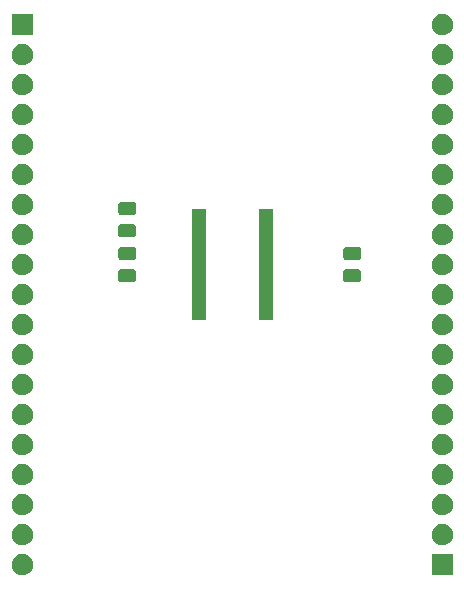
<source format=gbr>
G04 #@! TF.GenerationSoftware,KiCad,Pcbnew,(5.1.5)-3*
G04 #@! TF.CreationDate,2021-03-06T15:43:58-05:00*
G04 #@! TF.ProjectId,adc7953-breakout,61646337-3935-4332-9d62-7265616b6f75,rev?*
G04 #@! TF.SameCoordinates,Original*
G04 #@! TF.FileFunction,Soldermask,Top*
G04 #@! TF.FilePolarity,Negative*
%FSLAX46Y46*%
G04 Gerber Fmt 4.6, Leading zero omitted, Abs format (unit mm)*
G04 Created by KiCad (PCBNEW (5.1.5)-3) date 2021-03-06 15:43:58*
%MOMM*%
%LPD*%
G04 APERTURE LIST*
%ADD10C,0.100000*%
G04 APERTURE END LIST*
D10*
G36*
X178701000Y-124091000D02*
G01*
X176899000Y-124091000D01*
X176899000Y-122289000D01*
X178701000Y-122289000D01*
X178701000Y-124091000D01*
G37*
G36*
X142353512Y-122293927D02*
G01*
X142502812Y-122323624D01*
X142666784Y-122391544D01*
X142814354Y-122490147D01*
X142939853Y-122615646D01*
X143038456Y-122763216D01*
X143106376Y-122927188D01*
X143141000Y-123101259D01*
X143141000Y-123278741D01*
X143106376Y-123452812D01*
X143038456Y-123616784D01*
X142939853Y-123764354D01*
X142814354Y-123889853D01*
X142666784Y-123988456D01*
X142502812Y-124056376D01*
X142353512Y-124086073D01*
X142328742Y-124091000D01*
X142151258Y-124091000D01*
X142126488Y-124086073D01*
X141977188Y-124056376D01*
X141813216Y-123988456D01*
X141665646Y-123889853D01*
X141540147Y-123764354D01*
X141441544Y-123616784D01*
X141373624Y-123452812D01*
X141339000Y-123278741D01*
X141339000Y-123101259D01*
X141373624Y-122927188D01*
X141441544Y-122763216D01*
X141540147Y-122615646D01*
X141665646Y-122490147D01*
X141813216Y-122391544D01*
X141977188Y-122323624D01*
X142126488Y-122293927D01*
X142151258Y-122289000D01*
X142328742Y-122289000D01*
X142353512Y-122293927D01*
G37*
G36*
X177913512Y-119753927D02*
G01*
X178062812Y-119783624D01*
X178226784Y-119851544D01*
X178374354Y-119950147D01*
X178499853Y-120075646D01*
X178598456Y-120223216D01*
X178666376Y-120387188D01*
X178701000Y-120561259D01*
X178701000Y-120738741D01*
X178666376Y-120912812D01*
X178598456Y-121076784D01*
X178499853Y-121224354D01*
X178374354Y-121349853D01*
X178226784Y-121448456D01*
X178062812Y-121516376D01*
X177913512Y-121546073D01*
X177888742Y-121551000D01*
X177711258Y-121551000D01*
X177686488Y-121546073D01*
X177537188Y-121516376D01*
X177373216Y-121448456D01*
X177225646Y-121349853D01*
X177100147Y-121224354D01*
X177001544Y-121076784D01*
X176933624Y-120912812D01*
X176899000Y-120738741D01*
X176899000Y-120561259D01*
X176933624Y-120387188D01*
X177001544Y-120223216D01*
X177100147Y-120075646D01*
X177225646Y-119950147D01*
X177373216Y-119851544D01*
X177537188Y-119783624D01*
X177686488Y-119753927D01*
X177711258Y-119749000D01*
X177888742Y-119749000D01*
X177913512Y-119753927D01*
G37*
G36*
X142353512Y-119753927D02*
G01*
X142502812Y-119783624D01*
X142666784Y-119851544D01*
X142814354Y-119950147D01*
X142939853Y-120075646D01*
X143038456Y-120223216D01*
X143106376Y-120387188D01*
X143141000Y-120561259D01*
X143141000Y-120738741D01*
X143106376Y-120912812D01*
X143038456Y-121076784D01*
X142939853Y-121224354D01*
X142814354Y-121349853D01*
X142666784Y-121448456D01*
X142502812Y-121516376D01*
X142353512Y-121546073D01*
X142328742Y-121551000D01*
X142151258Y-121551000D01*
X142126488Y-121546073D01*
X141977188Y-121516376D01*
X141813216Y-121448456D01*
X141665646Y-121349853D01*
X141540147Y-121224354D01*
X141441544Y-121076784D01*
X141373624Y-120912812D01*
X141339000Y-120738741D01*
X141339000Y-120561259D01*
X141373624Y-120387188D01*
X141441544Y-120223216D01*
X141540147Y-120075646D01*
X141665646Y-119950147D01*
X141813216Y-119851544D01*
X141977188Y-119783624D01*
X142126488Y-119753927D01*
X142151258Y-119749000D01*
X142328742Y-119749000D01*
X142353512Y-119753927D01*
G37*
G36*
X177913512Y-117213927D02*
G01*
X178062812Y-117243624D01*
X178226784Y-117311544D01*
X178374354Y-117410147D01*
X178499853Y-117535646D01*
X178598456Y-117683216D01*
X178666376Y-117847188D01*
X178701000Y-118021259D01*
X178701000Y-118198741D01*
X178666376Y-118372812D01*
X178598456Y-118536784D01*
X178499853Y-118684354D01*
X178374354Y-118809853D01*
X178226784Y-118908456D01*
X178062812Y-118976376D01*
X177913512Y-119006073D01*
X177888742Y-119011000D01*
X177711258Y-119011000D01*
X177686488Y-119006073D01*
X177537188Y-118976376D01*
X177373216Y-118908456D01*
X177225646Y-118809853D01*
X177100147Y-118684354D01*
X177001544Y-118536784D01*
X176933624Y-118372812D01*
X176899000Y-118198741D01*
X176899000Y-118021259D01*
X176933624Y-117847188D01*
X177001544Y-117683216D01*
X177100147Y-117535646D01*
X177225646Y-117410147D01*
X177373216Y-117311544D01*
X177537188Y-117243624D01*
X177686488Y-117213927D01*
X177711258Y-117209000D01*
X177888742Y-117209000D01*
X177913512Y-117213927D01*
G37*
G36*
X142353512Y-117213927D02*
G01*
X142502812Y-117243624D01*
X142666784Y-117311544D01*
X142814354Y-117410147D01*
X142939853Y-117535646D01*
X143038456Y-117683216D01*
X143106376Y-117847188D01*
X143141000Y-118021259D01*
X143141000Y-118198741D01*
X143106376Y-118372812D01*
X143038456Y-118536784D01*
X142939853Y-118684354D01*
X142814354Y-118809853D01*
X142666784Y-118908456D01*
X142502812Y-118976376D01*
X142353512Y-119006073D01*
X142328742Y-119011000D01*
X142151258Y-119011000D01*
X142126488Y-119006073D01*
X141977188Y-118976376D01*
X141813216Y-118908456D01*
X141665646Y-118809853D01*
X141540147Y-118684354D01*
X141441544Y-118536784D01*
X141373624Y-118372812D01*
X141339000Y-118198741D01*
X141339000Y-118021259D01*
X141373624Y-117847188D01*
X141441544Y-117683216D01*
X141540147Y-117535646D01*
X141665646Y-117410147D01*
X141813216Y-117311544D01*
X141977188Y-117243624D01*
X142126488Y-117213927D01*
X142151258Y-117209000D01*
X142328742Y-117209000D01*
X142353512Y-117213927D01*
G37*
G36*
X177913512Y-114673927D02*
G01*
X178062812Y-114703624D01*
X178226784Y-114771544D01*
X178374354Y-114870147D01*
X178499853Y-114995646D01*
X178598456Y-115143216D01*
X178666376Y-115307188D01*
X178701000Y-115481259D01*
X178701000Y-115658741D01*
X178666376Y-115832812D01*
X178598456Y-115996784D01*
X178499853Y-116144354D01*
X178374354Y-116269853D01*
X178226784Y-116368456D01*
X178062812Y-116436376D01*
X177913512Y-116466073D01*
X177888742Y-116471000D01*
X177711258Y-116471000D01*
X177686488Y-116466073D01*
X177537188Y-116436376D01*
X177373216Y-116368456D01*
X177225646Y-116269853D01*
X177100147Y-116144354D01*
X177001544Y-115996784D01*
X176933624Y-115832812D01*
X176899000Y-115658741D01*
X176899000Y-115481259D01*
X176933624Y-115307188D01*
X177001544Y-115143216D01*
X177100147Y-114995646D01*
X177225646Y-114870147D01*
X177373216Y-114771544D01*
X177537188Y-114703624D01*
X177686488Y-114673927D01*
X177711258Y-114669000D01*
X177888742Y-114669000D01*
X177913512Y-114673927D01*
G37*
G36*
X142353512Y-114673927D02*
G01*
X142502812Y-114703624D01*
X142666784Y-114771544D01*
X142814354Y-114870147D01*
X142939853Y-114995646D01*
X143038456Y-115143216D01*
X143106376Y-115307188D01*
X143141000Y-115481259D01*
X143141000Y-115658741D01*
X143106376Y-115832812D01*
X143038456Y-115996784D01*
X142939853Y-116144354D01*
X142814354Y-116269853D01*
X142666784Y-116368456D01*
X142502812Y-116436376D01*
X142353512Y-116466073D01*
X142328742Y-116471000D01*
X142151258Y-116471000D01*
X142126488Y-116466073D01*
X141977188Y-116436376D01*
X141813216Y-116368456D01*
X141665646Y-116269853D01*
X141540147Y-116144354D01*
X141441544Y-115996784D01*
X141373624Y-115832812D01*
X141339000Y-115658741D01*
X141339000Y-115481259D01*
X141373624Y-115307188D01*
X141441544Y-115143216D01*
X141540147Y-114995646D01*
X141665646Y-114870147D01*
X141813216Y-114771544D01*
X141977188Y-114703624D01*
X142126488Y-114673927D01*
X142151258Y-114669000D01*
X142328742Y-114669000D01*
X142353512Y-114673927D01*
G37*
G36*
X177913512Y-112133927D02*
G01*
X178062812Y-112163624D01*
X178226784Y-112231544D01*
X178374354Y-112330147D01*
X178499853Y-112455646D01*
X178598456Y-112603216D01*
X178666376Y-112767188D01*
X178701000Y-112941259D01*
X178701000Y-113118741D01*
X178666376Y-113292812D01*
X178598456Y-113456784D01*
X178499853Y-113604354D01*
X178374354Y-113729853D01*
X178226784Y-113828456D01*
X178062812Y-113896376D01*
X177913512Y-113926073D01*
X177888742Y-113931000D01*
X177711258Y-113931000D01*
X177686488Y-113926073D01*
X177537188Y-113896376D01*
X177373216Y-113828456D01*
X177225646Y-113729853D01*
X177100147Y-113604354D01*
X177001544Y-113456784D01*
X176933624Y-113292812D01*
X176899000Y-113118741D01*
X176899000Y-112941259D01*
X176933624Y-112767188D01*
X177001544Y-112603216D01*
X177100147Y-112455646D01*
X177225646Y-112330147D01*
X177373216Y-112231544D01*
X177537188Y-112163624D01*
X177686488Y-112133927D01*
X177711258Y-112129000D01*
X177888742Y-112129000D01*
X177913512Y-112133927D01*
G37*
G36*
X142353512Y-112133927D02*
G01*
X142502812Y-112163624D01*
X142666784Y-112231544D01*
X142814354Y-112330147D01*
X142939853Y-112455646D01*
X143038456Y-112603216D01*
X143106376Y-112767188D01*
X143141000Y-112941259D01*
X143141000Y-113118741D01*
X143106376Y-113292812D01*
X143038456Y-113456784D01*
X142939853Y-113604354D01*
X142814354Y-113729853D01*
X142666784Y-113828456D01*
X142502812Y-113896376D01*
X142353512Y-113926073D01*
X142328742Y-113931000D01*
X142151258Y-113931000D01*
X142126488Y-113926073D01*
X141977188Y-113896376D01*
X141813216Y-113828456D01*
X141665646Y-113729853D01*
X141540147Y-113604354D01*
X141441544Y-113456784D01*
X141373624Y-113292812D01*
X141339000Y-113118741D01*
X141339000Y-112941259D01*
X141373624Y-112767188D01*
X141441544Y-112603216D01*
X141540147Y-112455646D01*
X141665646Y-112330147D01*
X141813216Y-112231544D01*
X141977188Y-112163624D01*
X142126488Y-112133927D01*
X142151258Y-112129000D01*
X142328742Y-112129000D01*
X142353512Y-112133927D01*
G37*
G36*
X142353512Y-109593927D02*
G01*
X142502812Y-109623624D01*
X142666784Y-109691544D01*
X142814354Y-109790147D01*
X142939853Y-109915646D01*
X143038456Y-110063216D01*
X143106376Y-110227188D01*
X143141000Y-110401259D01*
X143141000Y-110578741D01*
X143106376Y-110752812D01*
X143038456Y-110916784D01*
X142939853Y-111064354D01*
X142814354Y-111189853D01*
X142666784Y-111288456D01*
X142502812Y-111356376D01*
X142353512Y-111386073D01*
X142328742Y-111391000D01*
X142151258Y-111391000D01*
X142126488Y-111386073D01*
X141977188Y-111356376D01*
X141813216Y-111288456D01*
X141665646Y-111189853D01*
X141540147Y-111064354D01*
X141441544Y-110916784D01*
X141373624Y-110752812D01*
X141339000Y-110578741D01*
X141339000Y-110401259D01*
X141373624Y-110227188D01*
X141441544Y-110063216D01*
X141540147Y-109915646D01*
X141665646Y-109790147D01*
X141813216Y-109691544D01*
X141977188Y-109623624D01*
X142126488Y-109593927D01*
X142151258Y-109589000D01*
X142328742Y-109589000D01*
X142353512Y-109593927D01*
G37*
G36*
X177913512Y-109593927D02*
G01*
X178062812Y-109623624D01*
X178226784Y-109691544D01*
X178374354Y-109790147D01*
X178499853Y-109915646D01*
X178598456Y-110063216D01*
X178666376Y-110227188D01*
X178701000Y-110401259D01*
X178701000Y-110578741D01*
X178666376Y-110752812D01*
X178598456Y-110916784D01*
X178499853Y-111064354D01*
X178374354Y-111189853D01*
X178226784Y-111288456D01*
X178062812Y-111356376D01*
X177913512Y-111386073D01*
X177888742Y-111391000D01*
X177711258Y-111391000D01*
X177686488Y-111386073D01*
X177537188Y-111356376D01*
X177373216Y-111288456D01*
X177225646Y-111189853D01*
X177100147Y-111064354D01*
X177001544Y-110916784D01*
X176933624Y-110752812D01*
X176899000Y-110578741D01*
X176899000Y-110401259D01*
X176933624Y-110227188D01*
X177001544Y-110063216D01*
X177100147Y-109915646D01*
X177225646Y-109790147D01*
X177373216Y-109691544D01*
X177537188Y-109623624D01*
X177686488Y-109593927D01*
X177711258Y-109589000D01*
X177888742Y-109589000D01*
X177913512Y-109593927D01*
G37*
G36*
X142353512Y-107053927D02*
G01*
X142502812Y-107083624D01*
X142666784Y-107151544D01*
X142814354Y-107250147D01*
X142939853Y-107375646D01*
X143038456Y-107523216D01*
X143106376Y-107687188D01*
X143141000Y-107861259D01*
X143141000Y-108038741D01*
X143106376Y-108212812D01*
X143038456Y-108376784D01*
X142939853Y-108524354D01*
X142814354Y-108649853D01*
X142666784Y-108748456D01*
X142502812Y-108816376D01*
X142353512Y-108846073D01*
X142328742Y-108851000D01*
X142151258Y-108851000D01*
X142126488Y-108846073D01*
X141977188Y-108816376D01*
X141813216Y-108748456D01*
X141665646Y-108649853D01*
X141540147Y-108524354D01*
X141441544Y-108376784D01*
X141373624Y-108212812D01*
X141339000Y-108038741D01*
X141339000Y-107861259D01*
X141373624Y-107687188D01*
X141441544Y-107523216D01*
X141540147Y-107375646D01*
X141665646Y-107250147D01*
X141813216Y-107151544D01*
X141977188Y-107083624D01*
X142126488Y-107053927D01*
X142151258Y-107049000D01*
X142328742Y-107049000D01*
X142353512Y-107053927D01*
G37*
G36*
X177913512Y-107053927D02*
G01*
X178062812Y-107083624D01*
X178226784Y-107151544D01*
X178374354Y-107250147D01*
X178499853Y-107375646D01*
X178598456Y-107523216D01*
X178666376Y-107687188D01*
X178701000Y-107861259D01*
X178701000Y-108038741D01*
X178666376Y-108212812D01*
X178598456Y-108376784D01*
X178499853Y-108524354D01*
X178374354Y-108649853D01*
X178226784Y-108748456D01*
X178062812Y-108816376D01*
X177913512Y-108846073D01*
X177888742Y-108851000D01*
X177711258Y-108851000D01*
X177686488Y-108846073D01*
X177537188Y-108816376D01*
X177373216Y-108748456D01*
X177225646Y-108649853D01*
X177100147Y-108524354D01*
X177001544Y-108376784D01*
X176933624Y-108212812D01*
X176899000Y-108038741D01*
X176899000Y-107861259D01*
X176933624Y-107687188D01*
X177001544Y-107523216D01*
X177100147Y-107375646D01*
X177225646Y-107250147D01*
X177373216Y-107151544D01*
X177537188Y-107083624D01*
X177686488Y-107053927D01*
X177711258Y-107049000D01*
X177888742Y-107049000D01*
X177913512Y-107053927D01*
G37*
G36*
X142353512Y-104513927D02*
G01*
X142502812Y-104543624D01*
X142666784Y-104611544D01*
X142814354Y-104710147D01*
X142939853Y-104835646D01*
X143038456Y-104983216D01*
X143106376Y-105147188D01*
X143141000Y-105321259D01*
X143141000Y-105498741D01*
X143106376Y-105672812D01*
X143038456Y-105836784D01*
X142939853Y-105984354D01*
X142814354Y-106109853D01*
X142666784Y-106208456D01*
X142502812Y-106276376D01*
X142353512Y-106306073D01*
X142328742Y-106311000D01*
X142151258Y-106311000D01*
X142126488Y-106306073D01*
X141977188Y-106276376D01*
X141813216Y-106208456D01*
X141665646Y-106109853D01*
X141540147Y-105984354D01*
X141441544Y-105836784D01*
X141373624Y-105672812D01*
X141339000Y-105498741D01*
X141339000Y-105321259D01*
X141373624Y-105147188D01*
X141441544Y-104983216D01*
X141540147Y-104835646D01*
X141665646Y-104710147D01*
X141813216Y-104611544D01*
X141977188Y-104543624D01*
X142126488Y-104513927D01*
X142151258Y-104509000D01*
X142328742Y-104509000D01*
X142353512Y-104513927D01*
G37*
G36*
X177913512Y-104513927D02*
G01*
X178062812Y-104543624D01*
X178226784Y-104611544D01*
X178374354Y-104710147D01*
X178499853Y-104835646D01*
X178598456Y-104983216D01*
X178666376Y-105147188D01*
X178701000Y-105321259D01*
X178701000Y-105498741D01*
X178666376Y-105672812D01*
X178598456Y-105836784D01*
X178499853Y-105984354D01*
X178374354Y-106109853D01*
X178226784Y-106208456D01*
X178062812Y-106276376D01*
X177913512Y-106306073D01*
X177888742Y-106311000D01*
X177711258Y-106311000D01*
X177686488Y-106306073D01*
X177537188Y-106276376D01*
X177373216Y-106208456D01*
X177225646Y-106109853D01*
X177100147Y-105984354D01*
X177001544Y-105836784D01*
X176933624Y-105672812D01*
X176899000Y-105498741D01*
X176899000Y-105321259D01*
X176933624Y-105147188D01*
X177001544Y-104983216D01*
X177100147Y-104835646D01*
X177225646Y-104710147D01*
X177373216Y-104611544D01*
X177537188Y-104543624D01*
X177686488Y-104513927D01*
X177711258Y-104509000D01*
X177888742Y-104509000D01*
X177913512Y-104513927D01*
G37*
G36*
X142353512Y-101973927D02*
G01*
X142502812Y-102003624D01*
X142666784Y-102071544D01*
X142814354Y-102170147D01*
X142939853Y-102295646D01*
X143038456Y-102443216D01*
X143106376Y-102607188D01*
X143141000Y-102781259D01*
X143141000Y-102958741D01*
X143106376Y-103132812D01*
X143038456Y-103296784D01*
X142939853Y-103444354D01*
X142814354Y-103569853D01*
X142666784Y-103668456D01*
X142502812Y-103736376D01*
X142353512Y-103766073D01*
X142328742Y-103771000D01*
X142151258Y-103771000D01*
X142126488Y-103766073D01*
X141977188Y-103736376D01*
X141813216Y-103668456D01*
X141665646Y-103569853D01*
X141540147Y-103444354D01*
X141441544Y-103296784D01*
X141373624Y-103132812D01*
X141339000Y-102958741D01*
X141339000Y-102781259D01*
X141373624Y-102607188D01*
X141441544Y-102443216D01*
X141540147Y-102295646D01*
X141665646Y-102170147D01*
X141813216Y-102071544D01*
X141977188Y-102003624D01*
X142126488Y-101973927D01*
X142151258Y-101969000D01*
X142328742Y-101969000D01*
X142353512Y-101973927D01*
G37*
G36*
X177913512Y-101973927D02*
G01*
X178062812Y-102003624D01*
X178226784Y-102071544D01*
X178374354Y-102170147D01*
X178499853Y-102295646D01*
X178598456Y-102443216D01*
X178666376Y-102607188D01*
X178701000Y-102781259D01*
X178701000Y-102958741D01*
X178666376Y-103132812D01*
X178598456Y-103296784D01*
X178499853Y-103444354D01*
X178374354Y-103569853D01*
X178226784Y-103668456D01*
X178062812Y-103736376D01*
X177913512Y-103766073D01*
X177888742Y-103771000D01*
X177711258Y-103771000D01*
X177686488Y-103766073D01*
X177537188Y-103736376D01*
X177373216Y-103668456D01*
X177225646Y-103569853D01*
X177100147Y-103444354D01*
X177001544Y-103296784D01*
X176933624Y-103132812D01*
X176899000Y-102958741D01*
X176899000Y-102781259D01*
X176933624Y-102607188D01*
X177001544Y-102443216D01*
X177100147Y-102295646D01*
X177225646Y-102170147D01*
X177373216Y-102071544D01*
X177537188Y-102003624D01*
X177686488Y-101973927D01*
X177711258Y-101969000D01*
X177888742Y-101969000D01*
X177913512Y-101973927D01*
G37*
G36*
X157771000Y-102483500D02*
G01*
X156569000Y-102483500D01*
X156569000Y-93096500D01*
X157771000Y-93096500D01*
X157771000Y-102483500D01*
G37*
G36*
X163471000Y-102483500D02*
G01*
X162269000Y-102483500D01*
X162269000Y-93096500D01*
X163471000Y-93096500D01*
X163471000Y-102483500D01*
G37*
G36*
X177913512Y-99433927D02*
G01*
X178062812Y-99463624D01*
X178226784Y-99531544D01*
X178374354Y-99630147D01*
X178499853Y-99755646D01*
X178598456Y-99903216D01*
X178666376Y-100067188D01*
X178701000Y-100241259D01*
X178701000Y-100418741D01*
X178666376Y-100592812D01*
X178598456Y-100756784D01*
X178499853Y-100904354D01*
X178374354Y-101029853D01*
X178226784Y-101128456D01*
X178062812Y-101196376D01*
X177913512Y-101226073D01*
X177888742Y-101231000D01*
X177711258Y-101231000D01*
X177686488Y-101226073D01*
X177537188Y-101196376D01*
X177373216Y-101128456D01*
X177225646Y-101029853D01*
X177100147Y-100904354D01*
X177001544Y-100756784D01*
X176933624Y-100592812D01*
X176899000Y-100418741D01*
X176899000Y-100241259D01*
X176933624Y-100067188D01*
X177001544Y-99903216D01*
X177100147Y-99755646D01*
X177225646Y-99630147D01*
X177373216Y-99531544D01*
X177537188Y-99463624D01*
X177686488Y-99433927D01*
X177711258Y-99429000D01*
X177888742Y-99429000D01*
X177913512Y-99433927D01*
G37*
G36*
X142353512Y-99433927D02*
G01*
X142502812Y-99463624D01*
X142666784Y-99531544D01*
X142814354Y-99630147D01*
X142939853Y-99755646D01*
X143038456Y-99903216D01*
X143106376Y-100067188D01*
X143141000Y-100241259D01*
X143141000Y-100418741D01*
X143106376Y-100592812D01*
X143038456Y-100756784D01*
X142939853Y-100904354D01*
X142814354Y-101029853D01*
X142666784Y-101128456D01*
X142502812Y-101196376D01*
X142353512Y-101226073D01*
X142328742Y-101231000D01*
X142151258Y-101231000D01*
X142126488Y-101226073D01*
X141977188Y-101196376D01*
X141813216Y-101128456D01*
X141665646Y-101029853D01*
X141540147Y-100904354D01*
X141441544Y-100756784D01*
X141373624Y-100592812D01*
X141339000Y-100418741D01*
X141339000Y-100241259D01*
X141373624Y-100067188D01*
X141441544Y-99903216D01*
X141540147Y-99755646D01*
X141665646Y-99630147D01*
X141813216Y-99531544D01*
X141977188Y-99463624D01*
X142126488Y-99433927D01*
X142151258Y-99429000D01*
X142328742Y-99429000D01*
X142353512Y-99433927D01*
G37*
G36*
X170764468Y-98193565D02*
G01*
X170803138Y-98205296D01*
X170838777Y-98224346D01*
X170870017Y-98249983D01*
X170895654Y-98281223D01*
X170914704Y-98316862D01*
X170926435Y-98355532D01*
X170931000Y-98401888D01*
X170931000Y-99053112D01*
X170926435Y-99099468D01*
X170914704Y-99138138D01*
X170895654Y-99173777D01*
X170870017Y-99205017D01*
X170838777Y-99230654D01*
X170803138Y-99249704D01*
X170764468Y-99261435D01*
X170718112Y-99266000D01*
X169641888Y-99266000D01*
X169595532Y-99261435D01*
X169556862Y-99249704D01*
X169521223Y-99230654D01*
X169489983Y-99205017D01*
X169464346Y-99173777D01*
X169445296Y-99138138D01*
X169433565Y-99099468D01*
X169429000Y-99053112D01*
X169429000Y-98401888D01*
X169433565Y-98355532D01*
X169445296Y-98316862D01*
X169464346Y-98281223D01*
X169489983Y-98249983D01*
X169521223Y-98224346D01*
X169556862Y-98205296D01*
X169595532Y-98193565D01*
X169641888Y-98189000D01*
X170718112Y-98189000D01*
X170764468Y-98193565D01*
G37*
G36*
X151714468Y-98193565D02*
G01*
X151753138Y-98205296D01*
X151788777Y-98224346D01*
X151820017Y-98249983D01*
X151845654Y-98281223D01*
X151864704Y-98316862D01*
X151876435Y-98355532D01*
X151881000Y-98401888D01*
X151881000Y-99053112D01*
X151876435Y-99099468D01*
X151864704Y-99138138D01*
X151845654Y-99173777D01*
X151820017Y-99205017D01*
X151788777Y-99230654D01*
X151753138Y-99249704D01*
X151714468Y-99261435D01*
X151668112Y-99266000D01*
X150591888Y-99266000D01*
X150545532Y-99261435D01*
X150506862Y-99249704D01*
X150471223Y-99230654D01*
X150439983Y-99205017D01*
X150414346Y-99173777D01*
X150395296Y-99138138D01*
X150383565Y-99099468D01*
X150379000Y-99053112D01*
X150379000Y-98401888D01*
X150383565Y-98355532D01*
X150395296Y-98316862D01*
X150414346Y-98281223D01*
X150439983Y-98249983D01*
X150471223Y-98224346D01*
X150506862Y-98205296D01*
X150545532Y-98193565D01*
X150591888Y-98189000D01*
X151668112Y-98189000D01*
X151714468Y-98193565D01*
G37*
G36*
X142353512Y-96893927D02*
G01*
X142502812Y-96923624D01*
X142666784Y-96991544D01*
X142814354Y-97090147D01*
X142939853Y-97215646D01*
X143038456Y-97363216D01*
X143106376Y-97527188D01*
X143141000Y-97701259D01*
X143141000Y-97878741D01*
X143106376Y-98052812D01*
X143038456Y-98216784D01*
X142939853Y-98364354D01*
X142814354Y-98489853D01*
X142666784Y-98588456D01*
X142502812Y-98656376D01*
X142353512Y-98686073D01*
X142328742Y-98691000D01*
X142151258Y-98691000D01*
X142126488Y-98686073D01*
X141977188Y-98656376D01*
X141813216Y-98588456D01*
X141665646Y-98489853D01*
X141540147Y-98364354D01*
X141441544Y-98216784D01*
X141373624Y-98052812D01*
X141339000Y-97878741D01*
X141339000Y-97701259D01*
X141373624Y-97527188D01*
X141441544Y-97363216D01*
X141540147Y-97215646D01*
X141665646Y-97090147D01*
X141813216Y-96991544D01*
X141977188Y-96923624D01*
X142126488Y-96893927D01*
X142151258Y-96889000D01*
X142328742Y-96889000D01*
X142353512Y-96893927D01*
G37*
G36*
X177913512Y-96893927D02*
G01*
X178062812Y-96923624D01*
X178226784Y-96991544D01*
X178374354Y-97090147D01*
X178499853Y-97215646D01*
X178598456Y-97363216D01*
X178666376Y-97527188D01*
X178701000Y-97701259D01*
X178701000Y-97878741D01*
X178666376Y-98052812D01*
X178598456Y-98216784D01*
X178499853Y-98364354D01*
X178374354Y-98489853D01*
X178226784Y-98588456D01*
X178062812Y-98656376D01*
X177913512Y-98686073D01*
X177888742Y-98691000D01*
X177711258Y-98691000D01*
X177686488Y-98686073D01*
X177537188Y-98656376D01*
X177373216Y-98588456D01*
X177225646Y-98489853D01*
X177100147Y-98364354D01*
X177001544Y-98216784D01*
X176933624Y-98052812D01*
X176899000Y-97878741D01*
X176899000Y-97701259D01*
X176933624Y-97527188D01*
X177001544Y-97363216D01*
X177100147Y-97215646D01*
X177225646Y-97090147D01*
X177373216Y-96991544D01*
X177537188Y-96923624D01*
X177686488Y-96893927D01*
X177711258Y-96889000D01*
X177888742Y-96889000D01*
X177913512Y-96893927D01*
G37*
G36*
X170764468Y-96318565D02*
G01*
X170803138Y-96330296D01*
X170838777Y-96349346D01*
X170870017Y-96374983D01*
X170895654Y-96406223D01*
X170914704Y-96441862D01*
X170926435Y-96480532D01*
X170931000Y-96526888D01*
X170931000Y-97178112D01*
X170926435Y-97224468D01*
X170914704Y-97263138D01*
X170895654Y-97298777D01*
X170870017Y-97330017D01*
X170838777Y-97355654D01*
X170803138Y-97374704D01*
X170764468Y-97386435D01*
X170718112Y-97391000D01*
X169641888Y-97391000D01*
X169595532Y-97386435D01*
X169556862Y-97374704D01*
X169521223Y-97355654D01*
X169489983Y-97330017D01*
X169464346Y-97298777D01*
X169445296Y-97263138D01*
X169433565Y-97224468D01*
X169429000Y-97178112D01*
X169429000Y-96526888D01*
X169433565Y-96480532D01*
X169445296Y-96441862D01*
X169464346Y-96406223D01*
X169489983Y-96374983D01*
X169521223Y-96349346D01*
X169556862Y-96330296D01*
X169595532Y-96318565D01*
X169641888Y-96314000D01*
X170718112Y-96314000D01*
X170764468Y-96318565D01*
G37*
G36*
X151714468Y-96318565D02*
G01*
X151753138Y-96330296D01*
X151788777Y-96349346D01*
X151820017Y-96374983D01*
X151845654Y-96406223D01*
X151864704Y-96441862D01*
X151876435Y-96480532D01*
X151881000Y-96526888D01*
X151881000Y-97178112D01*
X151876435Y-97224468D01*
X151864704Y-97263138D01*
X151845654Y-97298777D01*
X151820017Y-97330017D01*
X151788777Y-97355654D01*
X151753138Y-97374704D01*
X151714468Y-97386435D01*
X151668112Y-97391000D01*
X150591888Y-97391000D01*
X150545532Y-97386435D01*
X150506862Y-97374704D01*
X150471223Y-97355654D01*
X150439983Y-97330017D01*
X150414346Y-97298777D01*
X150395296Y-97263138D01*
X150383565Y-97224468D01*
X150379000Y-97178112D01*
X150379000Y-96526888D01*
X150383565Y-96480532D01*
X150395296Y-96441862D01*
X150414346Y-96406223D01*
X150439983Y-96374983D01*
X150471223Y-96349346D01*
X150506862Y-96330296D01*
X150545532Y-96318565D01*
X150591888Y-96314000D01*
X151668112Y-96314000D01*
X151714468Y-96318565D01*
G37*
G36*
X177913512Y-94353927D02*
G01*
X178062812Y-94383624D01*
X178226784Y-94451544D01*
X178374354Y-94550147D01*
X178499853Y-94675646D01*
X178598456Y-94823216D01*
X178666376Y-94987188D01*
X178701000Y-95161259D01*
X178701000Y-95338741D01*
X178666376Y-95512812D01*
X178598456Y-95676784D01*
X178499853Y-95824354D01*
X178374354Y-95949853D01*
X178226784Y-96048456D01*
X178062812Y-96116376D01*
X177913512Y-96146073D01*
X177888742Y-96151000D01*
X177711258Y-96151000D01*
X177686488Y-96146073D01*
X177537188Y-96116376D01*
X177373216Y-96048456D01*
X177225646Y-95949853D01*
X177100147Y-95824354D01*
X177001544Y-95676784D01*
X176933624Y-95512812D01*
X176899000Y-95338741D01*
X176899000Y-95161259D01*
X176933624Y-94987188D01*
X177001544Y-94823216D01*
X177100147Y-94675646D01*
X177225646Y-94550147D01*
X177373216Y-94451544D01*
X177537188Y-94383624D01*
X177686488Y-94353927D01*
X177711258Y-94349000D01*
X177888742Y-94349000D01*
X177913512Y-94353927D01*
G37*
G36*
X142353512Y-94353927D02*
G01*
X142502812Y-94383624D01*
X142666784Y-94451544D01*
X142814354Y-94550147D01*
X142939853Y-94675646D01*
X143038456Y-94823216D01*
X143106376Y-94987188D01*
X143141000Y-95161259D01*
X143141000Y-95338741D01*
X143106376Y-95512812D01*
X143038456Y-95676784D01*
X142939853Y-95824354D01*
X142814354Y-95949853D01*
X142666784Y-96048456D01*
X142502812Y-96116376D01*
X142353512Y-96146073D01*
X142328742Y-96151000D01*
X142151258Y-96151000D01*
X142126488Y-96146073D01*
X141977188Y-96116376D01*
X141813216Y-96048456D01*
X141665646Y-95949853D01*
X141540147Y-95824354D01*
X141441544Y-95676784D01*
X141373624Y-95512812D01*
X141339000Y-95338741D01*
X141339000Y-95161259D01*
X141373624Y-94987188D01*
X141441544Y-94823216D01*
X141540147Y-94675646D01*
X141665646Y-94550147D01*
X141813216Y-94451544D01*
X141977188Y-94383624D01*
X142126488Y-94353927D01*
X142151258Y-94349000D01*
X142328742Y-94349000D01*
X142353512Y-94353927D01*
G37*
G36*
X151714468Y-94383565D02*
G01*
X151753138Y-94395296D01*
X151788777Y-94414346D01*
X151820017Y-94439983D01*
X151845654Y-94471223D01*
X151864704Y-94506862D01*
X151876435Y-94545532D01*
X151881000Y-94591888D01*
X151881000Y-95243112D01*
X151876435Y-95289468D01*
X151864704Y-95328138D01*
X151845654Y-95363777D01*
X151820017Y-95395017D01*
X151788777Y-95420654D01*
X151753138Y-95439704D01*
X151714468Y-95451435D01*
X151668112Y-95456000D01*
X150591888Y-95456000D01*
X150545532Y-95451435D01*
X150506862Y-95439704D01*
X150471223Y-95420654D01*
X150439983Y-95395017D01*
X150414346Y-95363777D01*
X150395296Y-95328138D01*
X150383565Y-95289468D01*
X150379000Y-95243112D01*
X150379000Y-94591888D01*
X150383565Y-94545532D01*
X150395296Y-94506862D01*
X150414346Y-94471223D01*
X150439983Y-94439983D01*
X150471223Y-94414346D01*
X150506862Y-94395296D01*
X150545532Y-94383565D01*
X150591888Y-94379000D01*
X151668112Y-94379000D01*
X151714468Y-94383565D01*
G37*
G36*
X142353512Y-91813927D02*
G01*
X142502812Y-91843624D01*
X142666784Y-91911544D01*
X142814354Y-92010147D01*
X142939853Y-92135646D01*
X143038456Y-92283216D01*
X143106376Y-92447188D01*
X143141000Y-92621259D01*
X143141000Y-92798741D01*
X143106376Y-92972812D01*
X143038456Y-93136784D01*
X142939853Y-93284354D01*
X142814354Y-93409853D01*
X142666784Y-93508456D01*
X142502812Y-93576376D01*
X142353512Y-93606073D01*
X142328742Y-93611000D01*
X142151258Y-93611000D01*
X142126488Y-93606073D01*
X141977188Y-93576376D01*
X141813216Y-93508456D01*
X141665646Y-93409853D01*
X141540147Y-93284354D01*
X141441544Y-93136784D01*
X141373624Y-92972812D01*
X141339000Y-92798741D01*
X141339000Y-92621259D01*
X141373624Y-92447188D01*
X141441544Y-92283216D01*
X141540147Y-92135646D01*
X141665646Y-92010147D01*
X141813216Y-91911544D01*
X141977188Y-91843624D01*
X142126488Y-91813927D01*
X142151258Y-91809000D01*
X142328742Y-91809000D01*
X142353512Y-91813927D01*
G37*
G36*
X177913512Y-91813927D02*
G01*
X178062812Y-91843624D01*
X178226784Y-91911544D01*
X178374354Y-92010147D01*
X178499853Y-92135646D01*
X178598456Y-92283216D01*
X178666376Y-92447188D01*
X178701000Y-92621259D01*
X178701000Y-92798741D01*
X178666376Y-92972812D01*
X178598456Y-93136784D01*
X178499853Y-93284354D01*
X178374354Y-93409853D01*
X178226784Y-93508456D01*
X178062812Y-93576376D01*
X177913512Y-93606073D01*
X177888742Y-93611000D01*
X177711258Y-93611000D01*
X177686488Y-93606073D01*
X177537188Y-93576376D01*
X177373216Y-93508456D01*
X177225646Y-93409853D01*
X177100147Y-93284354D01*
X177001544Y-93136784D01*
X176933624Y-92972812D01*
X176899000Y-92798741D01*
X176899000Y-92621259D01*
X176933624Y-92447188D01*
X177001544Y-92283216D01*
X177100147Y-92135646D01*
X177225646Y-92010147D01*
X177373216Y-91911544D01*
X177537188Y-91843624D01*
X177686488Y-91813927D01*
X177711258Y-91809000D01*
X177888742Y-91809000D01*
X177913512Y-91813927D01*
G37*
G36*
X151714468Y-92508565D02*
G01*
X151753138Y-92520296D01*
X151788777Y-92539346D01*
X151820017Y-92564983D01*
X151845654Y-92596223D01*
X151864704Y-92631862D01*
X151876435Y-92670532D01*
X151881000Y-92716888D01*
X151881000Y-93368112D01*
X151876435Y-93414468D01*
X151864704Y-93453138D01*
X151845654Y-93488777D01*
X151820017Y-93520017D01*
X151788777Y-93545654D01*
X151753138Y-93564704D01*
X151714468Y-93576435D01*
X151668112Y-93581000D01*
X150591888Y-93581000D01*
X150545532Y-93576435D01*
X150506862Y-93564704D01*
X150471223Y-93545654D01*
X150439983Y-93520017D01*
X150414346Y-93488777D01*
X150395296Y-93453138D01*
X150383565Y-93414468D01*
X150379000Y-93368112D01*
X150379000Y-92716888D01*
X150383565Y-92670532D01*
X150395296Y-92631862D01*
X150414346Y-92596223D01*
X150439983Y-92564983D01*
X150471223Y-92539346D01*
X150506862Y-92520296D01*
X150545532Y-92508565D01*
X150591888Y-92504000D01*
X151668112Y-92504000D01*
X151714468Y-92508565D01*
G37*
G36*
X142353512Y-89273927D02*
G01*
X142502812Y-89303624D01*
X142666784Y-89371544D01*
X142814354Y-89470147D01*
X142939853Y-89595646D01*
X143038456Y-89743216D01*
X143106376Y-89907188D01*
X143141000Y-90081259D01*
X143141000Y-90258741D01*
X143106376Y-90432812D01*
X143038456Y-90596784D01*
X142939853Y-90744354D01*
X142814354Y-90869853D01*
X142666784Y-90968456D01*
X142502812Y-91036376D01*
X142353512Y-91066073D01*
X142328742Y-91071000D01*
X142151258Y-91071000D01*
X142126488Y-91066073D01*
X141977188Y-91036376D01*
X141813216Y-90968456D01*
X141665646Y-90869853D01*
X141540147Y-90744354D01*
X141441544Y-90596784D01*
X141373624Y-90432812D01*
X141339000Y-90258741D01*
X141339000Y-90081259D01*
X141373624Y-89907188D01*
X141441544Y-89743216D01*
X141540147Y-89595646D01*
X141665646Y-89470147D01*
X141813216Y-89371544D01*
X141977188Y-89303624D01*
X142126488Y-89273927D01*
X142151258Y-89269000D01*
X142328742Y-89269000D01*
X142353512Y-89273927D01*
G37*
G36*
X177913512Y-89273927D02*
G01*
X178062812Y-89303624D01*
X178226784Y-89371544D01*
X178374354Y-89470147D01*
X178499853Y-89595646D01*
X178598456Y-89743216D01*
X178666376Y-89907188D01*
X178701000Y-90081259D01*
X178701000Y-90258741D01*
X178666376Y-90432812D01*
X178598456Y-90596784D01*
X178499853Y-90744354D01*
X178374354Y-90869853D01*
X178226784Y-90968456D01*
X178062812Y-91036376D01*
X177913512Y-91066073D01*
X177888742Y-91071000D01*
X177711258Y-91071000D01*
X177686488Y-91066073D01*
X177537188Y-91036376D01*
X177373216Y-90968456D01*
X177225646Y-90869853D01*
X177100147Y-90744354D01*
X177001544Y-90596784D01*
X176933624Y-90432812D01*
X176899000Y-90258741D01*
X176899000Y-90081259D01*
X176933624Y-89907188D01*
X177001544Y-89743216D01*
X177100147Y-89595646D01*
X177225646Y-89470147D01*
X177373216Y-89371544D01*
X177537188Y-89303624D01*
X177686488Y-89273927D01*
X177711258Y-89269000D01*
X177888742Y-89269000D01*
X177913512Y-89273927D01*
G37*
G36*
X177913512Y-86733927D02*
G01*
X178062812Y-86763624D01*
X178226784Y-86831544D01*
X178374354Y-86930147D01*
X178499853Y-87055646D01*
X178598456Y-87203216D01*
X178666376Y-87367188D01*
X178701000Y-87541259D01*
X178701000Y-87718741D01*
X178666376Y-87892812D01*
X178598456Y-88056784D01*
X178499853Y-88204354D01*
X178374354Y-88329853D01*
X178226784Y-88428456D01*
X178062812Y-88496376D01*
X177913512Y-88526073D01*
X177888742Y-88531000D01*
X177711258Y-88531000D01*
X177686488Y-88526073D01*
X177537188Y-88496376D01*
X177373216Y-88428456D01*
X177225646Y-88329853D01*
X177100147Y-88204354D01*
X177001544Y-88056784D01*
X176933624Y-87892812D01*
X176899000Y-87718741D01*
X176899000Y-87541259D01*
X176933624Y-87367188D01*
X177001544Y-87203216D01*
X177100147Y-87055646D01*
X177225646Y-86930147D01*
X177373216Y-86831544D01*
X177537188Y-86763624D01*
X177686488Y-86733927D01*
X177711258Y-86729000D01*
X177888742Y-86729000D01*
X177913512Y-86733927D01*
G37*
G36*
X142353512Y-86733927D02*
G01*
X142502812Y-86763624D01*
X142666784Y-86831544D01*
X142814354Y-86930147D01*
X142939853Y-87055646D01*
X143038456Y-87203216D01*
X143106376Y-87367188D01*
X143141000Y-87541259D01*
X143141000Y-87718741D01*
X143106376Y-87892812D01*
X143038456Y-88056784D01*
X142939853Y-88204354D01*
X142814354Y-88329853D01*
X142666784Y-88428456D01*
X142502812Y-88496376D01*
X142353512Y-88526073D01*
X142328742Y-88531000D01*
X142151258Y-88531000D01*
X142126488Y-88526073D01*
X141977188Y-88496376D01*
X141813216Y-88428456D01*
X141665646Y-88329853D01*
X141540147Y-88204354D01*
X141441544Y-88056784D01*
X141373624Y-87892812D01*
X141339000Y-87718741D01*
X141339000Y-87541259D01*
X141373624Y-87367188D01*
X141441544Y-87203216D01*
X141540147Y-87055646D01*
X141665646Y-86930147D01*
X141813216Y-86831544D01*
X141977188Y-86763624D01*
X142126488Y-86733927D01*
X142151258Y-86729000D01*
X142328742Y-86729000D01*
X142353512Y-86733927D01*
G37*
G36*
X142353512Y-84193927D02*
G01*
X142502812Y-84223624D01*
X142666784Y-84291544D01*
X142814354Y-84390147D01*
X142939853Y-84515646D01*
X143038456Y-84663216D01*
X143106376Y-84827188D01*
X143141000Y-85001259D01*
X143141000Y-85178741D01*
X143106376Y-85352812D01*
X143038456Y-85516784D01*
X142939853Y-85664354D01*
X142814354Y-85789853D01*
X142666784Y-85888456D01*
X142502812Y-85956376D01*
X142353512Y-85986073D01*
X142328742Y-85991000D01*
X142151258Y-85991000D01*
X142126488Y-85986073D01*
X141977188Y-85956376D01*
X141813216Y-85888456D01*
X141665646Y-85789853D01*
X141540147Y-85664354D01*
X141441544Y-85516784D01*
X141373624Y-85352812D01*
X141339000Y-85178741D01*
X141339000Y-85001259D01*
X141373624Y-84827188D01*
X141441544Y-84663216D01*
X141540147Y-84515646D01*
X141665646Y-84390147D01*
X141813216Y-84291544D01*
X141977188Y-84223624D01*
X142126488Y-84193927D01*
X142151258Y-84189000D01*
X142328742Y-84189000D01*
X142353512Y-84193927D01*
G37*
G36*
X177913512Y-84193927D02*
G01*
X178062812Y-84223624D01*
X178226784Y-84291544D01*
X178374354Y-84390147D01*
X178499853Y-84515646D01*
X178598456Y-84663216D01*
X178666376Y-84827188D01*
X178701000Y-85001259D01*
X178701000Y-85178741D01*
X178666376Y-85352812D01*
X178598456Y-85516784D01*
X178499853Y-85664354D01*
X178374354Y-85789853D01*
X178226784Y-85888456D01*
X178062812Y-85956376D01*
X177913512Y-85986073D01*
X177888742Y-85991000D01*
X177711258Y-85991000D01*
X177686488Y-85986073D01*
X177537188Y-85956376D01*
X177373216Y-85888456D01*
X177225646Y-85789853D01*
X177100147Y-85664354D01*
X177001544Y-85516784D01*
X176933624Y-85352812D01*
X176899000Y-85178741D01*
X176899000Y-85001259D01*
X176933624Y-84827188D01*
X177001544Y-84663216D01*
X177100147Y-84515646D01*
X177225646Y-84390147D01*
X177373216Y-84291544D01*
X177537188Y-84223624D01*
X177686488Y-84193927D01*
X177711258Y-84189000D01*
X177888742Y-84189000D01*
X177913512Y-84193927D01*
G37*
G36*
X177913512Y-81653927D02*
G01*
X178062812Y-81683624D01*
X178226784Y-81751544D01*
X178374354Y-81850147D01*
X178499853Y-81975646D01*
X178598456Y-82123216D01*
X178666376Y-82287188D01*
X178701000Y-82461259D01*
X178701000Y-82638741D01*
X178666376Y-82812812D01*
X178598456Y-82976784D01*
X178499853Y-83124354D01*
X178374354Y-83249853D01*
X178226784Y-83348456D01*
X178062812Y-83416376D01*
X177913512Y-83446073D01*
X177888742Y-83451000D01*
X177711258Y-83451000D01*
X177686488Y-83446073D01*
X177537188Y-83416376D01*
X177373216Y-83348456D01*
X177225646Y-83249853D01*
X177100147Y-83124354D01*
X177001544Y-82976784D01*
X176933624Y-82812812D01*
X176899000Y-82638741D01*
X176899000Y-82461259D01*
X176933624Y-82287188D01*
X177001544Y-82123216D01*
X177100147Y-81975646D01*
X177225646Y-81850147D01*
X177373216Y-81751544D01*
X177537188Y-81683624D01*
X177686488Y-81653927D01*
X177711258Y-81649000D01*
X177888742Y-81649000D01*
X177913512Y-81653927D01*
G37*
G36*
X142353512Y-81653927D02*
G01*
X142502812Y-81683624D01*
X142666784Y-81751544D01*
X142814354Y-81850147D01*
X142939853Y-81975646D01*
X143038456Y-82123216D01*
X143106376Y-82287188D01*
X143141000Y-82461259D01*
X143141000Y-82638741D01*
X143106376Y-82812812D01*
X143038456Y-82976784D01*
X142939853Y-83124354D01*
X142814354Y-83249853D01*
X142666784Y-83348456D01*
X142502812Y-83416376D01*
X142353512Y-83446073D01*
X142328742Y-83451000D01*
X142151258Y-83451000D01*
X142126488Y-83446073D01*
X141977188Y-83416376D01*
X141813216Y-83348456D01*
X141665646Y-83249853D01*
X141540147Y-83124354D01*
X141441544Y-82976784D01*
X141373624Y-82812812D01*
X141339000Y-82638741D01*
X141339000Y-82461259D01*
X141373624Y-82287188D01*
X141441544Y-82123216D01*
X141540147Y-81975646D01*
X141665646Y-81850147D01*
X141813216Y-81751544D01*
X141977188Y-81683624D01*
X142126488Y-81653927D01*
X142151258Y-81649000D01*
X142328742Y-81649000D01*
X142353512Y-81653927D01*
G37*
G36*
X177913512Y-79113927D02*
G01*
X178062812Y-79143624D01*
X178226784Y-79211544D01*
X178374354Y-79310147D01*
X178499853Y-79435646D01*
X178598456Y-79583216D01*
X178666376Y-79747188D01*
X178701000Y-79921259D01*
X178701000Y-80098741D01*
X178666376Y-80272812D01*
X178598456Y-80436784D01*
X178499853Y-80584354D01*
X178374354Y-80709853D01*
X178226784Y-80808456D01*
X178062812Y-80876376D01*
X177913512Y-80906073D01*
X177888742Y-80911000D01*
X177711258Y-80911000D01*
X177686488Y-80906073D01*
X177537188Y-80876376D01*
X177373216Y-80808456D01*
X177225646Y-80709853D01*
X177100147Y-80584354D01*
X177001544Y-80436784D01*
X176933624Y-80272812D01*
X176899000Y-80098741D01*
X176899000Y-79921259D01*
X176933624Y-79747188D01*
X177001544Y-79583216D01*
X177100147Y-79435646D01*
X177225646Y-79310147D01*
X177373216Y-79211544D01*
X177537188Y-79143624D01*
X177686488Y-79113927D01*
X177711258Y-79109000D01*
X177888742Y-79109000D01*
X177913512Y-79113927D01*
G37*
G36*
X142353512Y-79113927D02*
G01*
X142502812Y-79143624D01*
X142666784Y-79211544D01*
X142814354Y-79310147D01*
X142939853Y-79435646D01*
X143038456Y-79583216D01*
X143106376Y-79747188D01*
X143141000Y-79921259D01*
X143141000Y-80098741D01*
X143106376Y-80272812D01*
X143038456Y-80436784D01*
X142939853Y-80584354D01*
X142814354Y-80709853D01*
X142666784Y-80808456D01*
X142502812Y-80876376D01*
X142353512Y-80906073D01*
X142328742Y-80911000D01*
X142151258Y-80911000D01*
X142126488Y-80906073D01*
X141977188Y-80876376D01*
X141813216Y-80808456D01*
X141665646Y-80709853D01*
X141540147Y-80584354D01*
X141441544Y-80436784D01*
X141373624Y-80272812D01*
X141339000Y-80098741D01*
X141339000Y-79921259D01*
X141373624Y-79747188D01*
X141441544Y-79583216D01*
X141540147Y-79435646D01*
X141665646Y-79310147D01*
X141813216Y-79211544D01*
X141977188Y-79143624D01*
X142126488Y-79113927D01*
X142151258Y-79109000D01*
X142328742Y-79109000D01*
X142353512Y-79113927D01*
G37*
G36*
X143141000Y-78371000D02*
G01*
X141339000Y-78371000D01*
X141339000Y-76569000D01*
X143141000Y-76569000D01*
X143141000Y-78371000D01*
G37*
G36*
X177913512Y-76573927D02*
G01*
X178062812Y-76603624D01*
X178226784Y-76671544D01*
X178374354Y-76770147D01*
X178499853Y-76895646D01*
X178598456Y-77043216D01*
X178666376Y-77207188D01*
X178701000Y-77381259D01*
X178701000Y-77558741D01*
X178666376Y-77732812D01*
X178598456Y-77896784D01*
X178499853Y-78044354D01*
X178374354Y-78169853D01*
X178226784Y-78268456D01*
X178062812Y-78336376D01*
X177913512Y-78366073D01*
X177888742Y-78371000D01*
X177711258Y-78371000D01*
X177686488Y-78366073D01*
X177537188Y-78336376D01*
X177373216Y-78268456D01*
X177225646Y-78169853D01*
X177100147Y-78044354D01*
X177001544Y-77896784D01*
X176933624Y-77732812D01*
X176899000Y-77558741D01*
X176899000Y-77381259D01*
X176933624Y-77207188D01*
X177001544Y-77043216D01*
X177100147Y-76895646D01*
X177225646Y-76770147D01*
X177373216Y-76671544D01*
X177537188Y-76603624D01*
X177686488Y-76573927D01*
X177711258Y-76569000D01*
X177888742Y-76569000D01*
X177913512Y-76573927D01*
G37*
M02*

</source>
